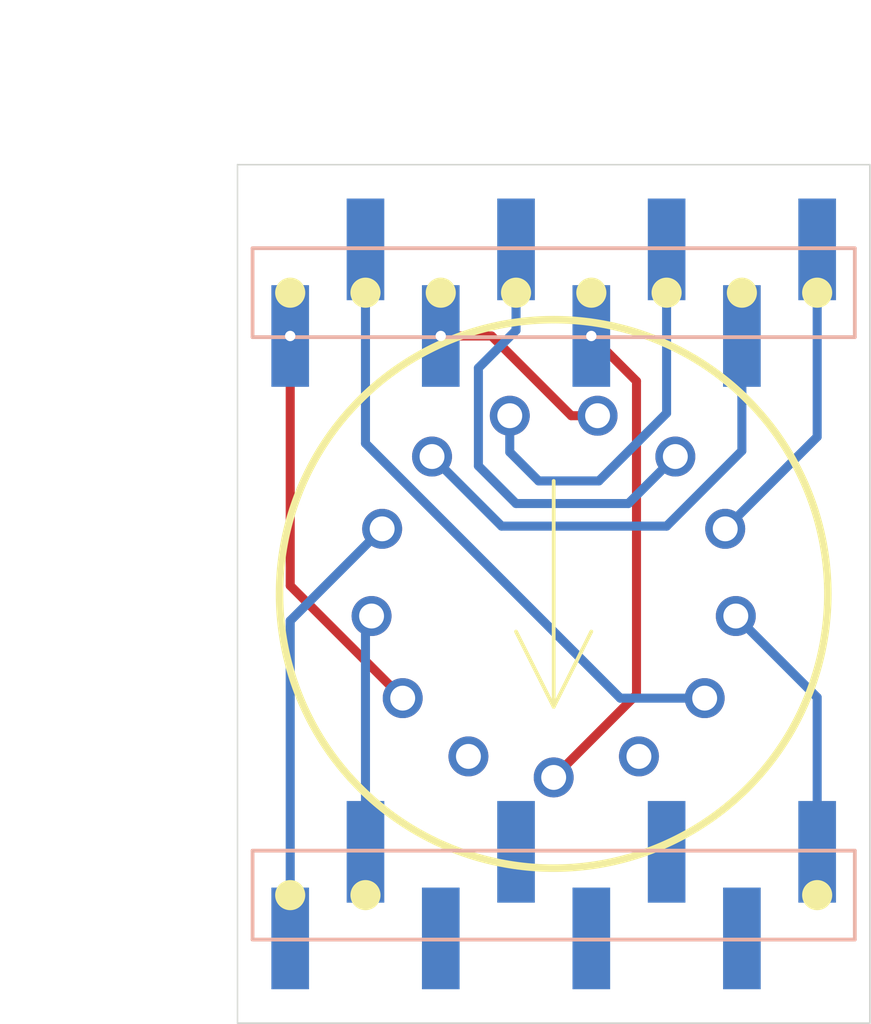
<source format=kicad_pcb>
(kicad_pcb (version 20171130) (host pcbnew "(5.1.10)-1")

  (general
    (thickness 1.6)
    (drawings 17)
    (tracks 37)
    (zones 0)
    (modules 3)
    (nets 19)
  )

  (page A4)
  (layers
    (0 Top signal)
    (31 Bottom signal)
    (32 B.Adhes user)
    (33 F.Adhes user)
    (34 B.Paste user)
    (35 F.Paste user)
    (36 B.SilkS user)
    (37 F.SilkS user)
    (38 B.Mask user)
    (39 F.Mask user)
    (40 Dwgs.User user)
    (41 Cmts.User user)
    (42 Eco1.User user)
    (43 Eco2.User user)
    (44 Edge.Cuts user)
    (45 Margin user)
    (46 B.CrtYd user)
    (47 F.CrtYd user)
    (48 B.Fab user)
    (49 F.Fab user)
  )

  (setup
    (last_trace_width 0.25)
    (trace_clearance 0.1524)
    (zone_clearance 0.508)
    (zone_45_only no)
    (trace_min 0.2)
    (via_size 0.8)
    (via_drill 0.4)
    (via_min_size 0.4)
    (via_min_drill 0.3)
    (uvia_size 0.3)
    (uvia_drill 0.1)
    (uvias_allowed no)
    (uvia_min_size 0.2)
    (uvia_min_drill 0.1)
    (edge_width 0.05)
    (segment_width 0.2)
    (pcb_text_width 0.3)
    (pcb_text_size 1.5 1.5)
    (mod_edge_width 0.12)
    (mod_text_size 1 1)
    (mod_text_width 0.15)
    (pad_size 1.524 1.524)
    (pad_drill 0.762)
    (pad_to_mask_clearance 0)
    (aux_axis_origin 0 0)
    (visible_elements FFFFFF7F)
    (pcbplotparams
      (layerselection 0x010fc_ffffffff)
      (usegerberextensions false)
      (usegerberattributes true)
      (usegerberadvancedattributes true)
      (creategerberjobfile true)
      (excludeedgelayer true)
      (linewidth 0.100000)
      (plotframeref false)
      (viasonmask false)
      (mode 1)
      (useauxorigin false)
      (hpglpennumber 1)
      (hpglpenspeed 20)
      (hpglpendiameter 15.000000)
      (psnegative false)
      (psa4output false)
      (plotreference true)
      (plotvalue true)
      (plotinvisibletext false)
      (padsonsilk false)
      (subtractmaskfromsilk false)
      (outputformat 1)
      (mirror false)
      (drillshape 1)
      (scaleselection 1)
      (outputdirectory ""))
  )

  (net 0 "")
  (net 1 "Net-(N1-Pad3)")
  (net 2 "Net-(N1-Pad7)")
  (net 3 "Net-(N1-Pad6)")
  (net 4 "Net-(N1-PadA)")
  (net 5 "Net-(N1-Pad4)")
  (net 6 "Net-(N1-Pad5)")
  (net 7 "Net-(N1-Pad1)")
  (net 8 "Net-(N1-Pad0)")
  (net 9 "Net-(N1-Pad2)")
  (net 10 "Net-(U$2-Pad7)")
  (net 11 "Net-(U$2-Pad6)")
  (net 12 "Net-(U$2-Pad5)")
  (net 13 "Net-(U$2-Pad4)")
  (net 14 "Net-(U$2-Pad3)")
  (net 15 "Net-(N1-Pad9)")
  (net 16 "Net-(N1-Pad8)")
  (net 17 "Net-(N1-PadRHDP)")
  (net 18 "Net-(N1-PadLHDP)")

  (net_class Default "This is the default net class."
    (clearance 0.1524)
    (trace_width 0.25)
    (via_dia 0.8)
    (via_drill 0.4)
    (uvia_dia 0.3)
    (uvia_drill 0.1)
    (add_net "Net-(N1-Pad0)")
    (add_net "Net-(N1-Pad1)")
    (add_net "Net-(N1-Pad2)")
    (add_net "Net-(N1-Pad3)")
    (add_net "Net-(N1-Pad4)")
    (add_net "Net-(N1-Pad5)")
    (add_net "Net-(N1-Pad6)")
    (add_net "Net-(N1-Pad7)")
    (add_net "Net-(N1-Pad8)")
    (add_net "Net-(N1-Pad9)")
    (add_net "Net-(N1-PadA)")
    (add_net "Net-(N1-PadLHDP)")
    (add_net "Net-(N1-PadRHDP)")
    (add_net "Net-(U$2-Pad3)")
    (add_net "Net-(U$2-Pad4)")
    (add_net "Net-(U$2-Pad5)")
    (add_net "Net-(U$2-Pad6)")
    (add_net "Net-(U$2-Pad7)")
  )

  (module nixie_mount:TSM-108-XX-XXX-SV (layer Bottom) (tedit 0) (tstamp 60F0437B)
    (at 148.5011 94.8436 180)
    (descr ".100\" (2,54mm) Surface Mount,  Single Row, Vertical Mount.\nmanufacturer:SAMTEC")
    (path /89E33A62)
    (fp_text reference U$1 (at 0 0 180) (layer B.SilkS) hide
      (effects (font (size 1.27 1.27) (thickness 0.15)) (justify mirror))
    )
    (fp_text value TSM-108-XX-XXX-SV (at 0 0 180) (layer B.SilkS) hide
      (effects (font (size 1.27 1.27) (thickness 0.15)) (justify mirror))
    )
    (fp_line (start -10.16 -1.5) (end -10.16 1.5) (layer B.SilkS) (width 0.127))
    (fp_line (start 10.16 -1.5) (end -10.16 -1.5) (layer B.SilkS) (width 0.127))
    (fp_line (start 10.16 1.5) (end 10.16 -1.5) (layer B.SilkS) (width 0.127))
    (fp_line (start -10.16 1.5) (end 10.16 1.5) (layer B.SilkS) (width 0.127))
    (pad 8 smd rect (at -8.89 1.4605 180) (size 1.27 3.429) (layers Bottom B.Paste B.Mask)
      (net 1 "Net-(N1-Pad3)") (solder_mask_margin 0.1016))
    (pad 7 smd rect (at -6.35 -1.4605 180) (size 1.27 3.429) (layers Bottom B.Paste B.Mask)
      (net 2 "Net-(N1-Pad7)") (solder_mask_margin 0.1016))
    (pad 6 smd rect (at -3.81 1.4605 180) (size 1.27 3.429) (layers Bottom B.Paste B.Mask)
      (net 3 "Net-(N1-Pad6)") (solder_mask_margin 0.1016))
    (pad 5 smd rect (at -1.27 -1.4605 180) (size 1.27 3.429) (layers Bottom B.Paste B.Mask)
      (net 4 "Net-(N1-PadA)") (solder_mask_margin 0.1016))
    (pad 4 smd rect (at 1.27 1.4605 180) (size 1.27 3.429) (layers Bottom B.Paste B.Mask)
      (net 5 "Net-(N1-Pad4)") (solder_mask_margin 0.1016))
    (pad 3 smd rect (at 3.81 -1.4605 180) (size 1.27 3.429) (layers Bottom B.Paste B.Mask)
      (net 6 "Net-(N1-Pad5)") (solder_mask_margin 0.1016))
    (pad 2 smd rect (at 6.35 1.4605 180) (size 1.27 3.429) (layers Bottom B.Paste B.Mask)
      (net 7 "Net-(N1-Pad1)") (solder_mask_margin 0.1016))
    (pad 1 smd rect (at 8.89 -1.4605 180) (size 1.27 3.429) (layers Bottom B.Paste B.Mask)
      (net 8 "Net-(N1-Pad0)") (solder_mask_margin 0.1016))
  )

  (module nixie_mount:TSM-108-XX-XXX-SV (layer Bottom) (tedit 0) (tstamp 60F0438A)
    (at 148.5011 115.1636 180)
    (descr ".100\" (2,54mm) Surface Mount,  Single Row, Vertical Mount.\nmanufacturer:SAMTEC")
    (path /87B7DF34)
    (fp_text reference U$2 (at 0 0 180) (layer B.SilkS) hide
      (effects (font (size 1.27 1.27) (thickness 0.15)) (justify mirror))
    )
    (fp_text value TSM-108-XX-XXX-SV (at 0 0 180) (layer B.SilkS) hide
      (effects (font (size 1.27 1.27) (thickness 0.15)) (justify mirror))
    )
    (fp_line (start -10.16 -1.5) (end -10.16 1.5) (layer B.SilkS) (width 0.127))
    (fp_line (start 10.16 -1.5) (end -10.16 -1.5) (layer B.SilkS) (width 0.127))
    (fp_line (start 10.16 1.5) (end 10.16 -1.5) (layer B.SilkS) (width 0.127))
    (fp_line (start -10.16 1.5) (end 10.16 1.5) (layer B.SilkS) (width 0.127))
    (pad 8 smd rect (at -8.89 1.4605 180) (size 1.27 3.429) (layers Bottom B.Paste B.Mask)
      (net 9 "Net-(N1-Pad2)") (solder_mask_margin 0.1016))
    (pad 7 smd rect (at -6.35 -1.4605 180) (size 1.27 3.429) (layers Bottom B.Paste B.Mask)
      (net 10 "Net-(U$2-Pad7)") (solder_mask_margin 0.1016))
    (pad 6 smd rect (at -3.81 1.4605 180) (size 1.27 3.429) (layers Bottom B.Paste B.Mask)
      (net 11 "Net-(U$2-Pad6)") (solder_mask_margin 0.1016))
    (pad 5 smd rect (at -1.27 -1.4605 180) (size 1.27 3.429) (layers Bottom B.Paste B.Mask)
      (net 12 "Net-(U$2-Pad5)") (solder_mask_margin 0.1016))
    (pad 4 smd rect (at 1.27 1.4605 180) (size 1.27 3.429) (layers Bottom B.Paste B.Mask)
      (net 13 "Net-(U$2-Pad4)") (solder_mask_margin 0.1016))
    (pad 3 smd rect (at 3.81 -1.4605 180) (size 1.27 3.429) (layers Bottom B.Paste B.Mask)
      (net 14 "Net-(U$2-Pad3)") (solder_mask_margin 0.1016))
    (pad 2 smd rect (at 6.35 1.4605 180) (size 1.27 3.429) (layers Bottom B.Paste B.Mask)
      (net 15 "Net-(N1-Pad9)") (solder_mask_margin 0.1016))
    (pad 1 smd rect (at 8.89 -1.4605 180) (size 1.27 3.429) (layers Bottom B.Paste B.Mask)
      (net 16 "Net-(N1-Pad8)") (solder_mask_margin 0.1016))
  )

  (module nixie_mount:IN-14 (layer Top) (tedit 0) (tstamp 60F04399)
    (at 148.5011 105.0036)
    (path /1B43B371)
    (fp_text reference N1 (at 11.2713 2.54 90) (layer F.SilkS) hide
      (effects (font (size 1.2065 1.2065) (thickness 0.1016)) (justify left bottom))
    )
    (fp_text value IN-14 (at 0 0) (layer F.SilkS) hide
      (effects (font (size 1.27 1.27) (thickness 0.15)))
    )
    (fp_line (start 0 3.81) (end 1.27 1.27) (layer F.SilkS) (width 0.127))
    (fp_line (start 0 3.81) (end -1.27 1.27) (layer F.SilkS) (width 0.127))
    (fp_line (start 0 -3.81) (end 0 3.81) (layer F.SilkS) (width 0.127))
    (fp_circle (center 0 0) (end 9.25 0) (layer F.SilkS) (width 0.254))
    (pad RHDP thru_hole circle (at -2.8766 5.4809) (size 1.348 1.348) (drill 0.84) (layers *.Cu *.Mask)
      (net 17 "Net-(N1-PadRHDP)") (solder_mask_margin 0.1016))
    (pad 0 thru_hole circle (at -5.0942 3.5163) (size 1.348 1.348) (drill 0.84) (layers *.Cu *.Mask)
      (net 8 "Net-(N1-Pad0)") (solder_mask_margin 0.1016))
    (pad 2 thru_hole circle (at 6.1448 0.7461) (size 1.348 1.348) (drill 0.84) (layers *.Cu *.Mask)
      (net 9 "Net-(N1-Pad2)") (solder_mask_margin 0.1016))
    (pad 3 thru_hole circle (at 5.7877 -2.195) (size 1.348 1.348) (drill 0.84) (layers *.Cu *.Mask)
      (net 1 "Net-(N1-Pad3)") (solder_mask_margin 0.1016))
    (pad 4 thru_hole circle (at 4.1047 -4.6332) (size 1.348 1.348) (drill 0.84) (layers *.Cu *.Mask)
      (net 5 "Net-(N1-Pad4)") (solder_mask_margin 0.1016))
    (pad 5 thru_hole circle (at 1.4813 -6.0101) (size 1.348 1.348) (drill 0.84) (layers *.Cu *.Mask)
      (net 6 "Net-(N1-Pad5)") (solder_mask_margin 0.1016))
    (pad 6 thru_hole circle (at -1.4813 -6.0101) (size 1.348 1.348) (drill 0.84) (layers *.Cu *.Mask)
      (net 3 "Net-(N1-Pad6)") (solder_mask_margin 0.1016))
    (pad 7 thru_hole circle (at -4.1047 -4.6332) (size 1.348 1.348) (drill 0.84) (layers *.Cu *.Mask)
      (net 2 "Net-(N1-Pad7)") (solder_mask_margin 0.1016))
    (pad 8 thru_hole circle (at -5.7877 -2.195) (size 1.348 1.348) (drill 0.84) (layers *.Cu *.Mask)
      (net 16 "Net-(N1-Pad8)") (solder_mask_margin 0.1016))
    (pad 9 thru_hole circle (at -6.1448 0.7461) (size 1.348 1.348) (drill 0.84) (layers *.Cu *.Mask)
      (net 15 "Net-(N1-Pad9)") (solder_mask_margin 0.1016))
    (pad 1 thru_hole circle (at 5.0942 3.5163) (size 1.348 1.348) (drill 0.84) (layers *.Cu *.Mask)
      (net 7 "Net-(N1-Pad1)") (solder_mask_margin 0.1016))
    (pad LHDP thru_hole circle (at 2.8766 5.4809) (size 1.348 1.348) (drill 0.84) (layers *.Cu *.Mask)
      (net 18 "Net-(N1-PadLHDP)") (solder_mask_margin 0.1016))
    (pad A thru_hole circle (at 0 6.1899) (size 1.348 1.348) (drill 0.84) (layers *.Cu *.Mask)
      (net 4 "Net-(N1-PadA)") (solder_mask_margin 0.1016))
  )

  (gr_line (start 137.8331 90.5256) (end 159.1691 90.5256) (layer Edge.Cuts) (width 0.05) (tstamp 1B4B7750))
  (gr_line (start 159.1691 90.5256) (end 159.1691 119.4816) (layer Edge.Cuts) (width 0.05) (tstamp 1B4B5EF0))
  (gr_line (start 159.1691 119.4816) (end 137.8331 119.4816) (layer Edge.Cuts) (width 0.05) (tstamp 1B4B51D0))
  (gr_line (start 137.8331 119.4816) (end 137.8331 90.5256) (layer Edge.Cuts) (width 0.05) (tstamp 1B4B5310))
  (dimension 28.956 (width 0.1) (layer Cmts.User)
    (gr_text "28.956 mm" (at 133.5351 105.0036 90) (layer Cmts.User)
      (effects (font (size 1 1) (thickness 0.15)))
    )
    (feature1 (pts (xy 137.8331 90.5256) (xy 134.198679 90.5256)))
    (feature2 (pts (xy 137.8331 119.4816) (xy 134.198679 119.4816)))
    (crossbar (pts (xy 134.7851 119.4816) (xy 134.7851 90.5256)))
    (arrow1a (pts (xy 134.7851 90.5256) (xy 135.371521 91.652104)))
    (arrow1b (pts (xy 134.7851 90.5256) (xy 134.198679 91.652104)))
    (arrow2a (pts (xy 134.7851 119.4816) (xy 135.371521 118.355096)))
    (arrow2b (pts (xy 134.7851 119.4816) (xy 134.198679 118.355096)))
  )
  (dimension 21.336 (width 0.1) (layer Cmts.User)
    (gr_text "21.336 mm" (at 148.5011 85.7196) (layer Cmts.User)
      (effects (font (size 1 1) (thickness 0.15)))
    )
    (feature1 (pts (xy 159.1691 90.5256) (xy 159.1691 86.383179)))
    (feature2 (pts (xy 137.8331 90.5256) (xy 137.8331 86.383179)))
    (crossbar (pts (xy 137.8331 86.9696) (xy 159.1691 86.9696)))
    (arrow1a (pts (xy 159.1691 86.9696) (xy 158.042596 87.556021)))
    (arrow1b (pts (xy 159.1691 86.9696) (xy 158.042596 86.383179)))
    (arrow2a (pts (xy 137.8331 86.9696) (xy 138.959604 87.556021)))
    (arrow2b (pts (xy 137.8331 86.9696) (xy 138.959604 86.383179)))
  )
  (gr_circle (center 139.6111 94.8436) (end 139.8651 94.8436) (layer F.SilkS) (width 0.508) (tstamp 1B4B5590))
  (gr_circle (center 142.1511 94.8436) (end 142.4051 94.8436) (layer F.SilkS) (width 0.508) (tstamp 1B4B54F0))
  (gr_circle (center 144.6911 94.8436) (end 144.9451 94.8436) (layer F.SilkS) (width 0.508) (tstamp 1B4B5950))
  (gr_circle (center 147.2311 94.8436) (end 147.4851 94.8436) (layer F.SilkS) (width 0.508) (tstamp 1B4B6170))
  (gr_circle (center 149.7711 94.8436) (end 150.0251 94.8436) (layer F.SilkS) (width 0.508) (tstamp 1B4B65D0))
  (gr_circle (center 152.3111 94.8436) (end 152.5651 94.8436) (layer F.SilkS) (width 0.508) (tstamp 1B4B5D10))
  (gr_circle (center 154.8511 94.8436) (end 155.1051 94.8436) (layer F.SilkS) (width 0.508) (tstamp 1B4B5630))
  (gr_circle (center 157.3911 94.8436) (end 157.6451 94.8436) (layer F.SilkS) (width 0.508) (tstamp 1B4B59F0))
  (gr_circle (center 139.6111 115.1636) (end 139.8651 115.1636) (layer F.SilkS) (width 0.508) (tstamp 1B4B6210))
  (gr_circle (center 142.1511 115.1636) (end 142.4051 115.1636) (layer F.SilkS) (width 0.508) (tstamp 1B4B5B30))
  (gr_circle (center 157.3911 115.1636) (end 157.6451 115.1636) (layer F.SilkS) (width 0.508) (tstamp 1B4B5DB0))

  (segment (start 142.1511 93.3831) (end 142.1511 99.9236) (width 0.3048) (layer Bottom) (net 7) (tstamp 1B4BF950))
  (segment (start 150.7474 108.5199) (end 153.5953 108.5199) (width 0.3048) (layer Bottom) (net 7) (tstamp 1B4C03F0))
  (segment (start 142.1511 99.9236) (end 150.7474 108.5199) (width 0.3048) (layer Bottom) (net 7) (tstamp 1B4BF6D0))
  (segment (start 154.6459 105.7497) (end 157.3911 108.4949) (width 0.3048) (layer Bottom) (net 9) (tstamp 1B4C0A30))
  (segment (start 157.3911 108.4949) (end 157.3911 113.7031) (width 0.3048) (layer Bottom) (net 9) (tstamp 1B4C00D0))
  (segment (start 139.6111 116.6241) (end 139.6111 105.9109) (width 0.3048) (layer Bottom) (net 16) (tstamp 1B4C0490))
  (segment (start 139.6111 105.9109) (end 142.7134 102.8086) (width 0.3048) (layer Bottom) (net 16) (tstamp 1B4C07B0))
  (segment (start 142.1511 113.7031) (end 142.1511 105.9549) (width 0.3048) (layer Bottom) (net 15) (tstamp 1B4C1610))
  (segment (start 142.1511 105.9549) (end 142.3563 105.7497) (width 0.3048) (layer Bottom) (net 15) (tstamp 1B4C0170))
  (via (at 139.6111 96.3041) (size 0.7564) (drill 0.35) (layers Top Bottom) (net 8) (tstamp 1B4BF270))
  (segment (start 139.6111 96.3041) (end 139.6111 104.7241) (width 0.3048) (layer Top) (net 8) (tstamp 1B4BFD10))
  (segment (start 139.6111 104.7241) (end 143.4069 108.5199) (width 0.3048) (layer Top) (net 8) (tstamp 1B4BF310))
  (via (at 144.6911 96.3041) (size 0.7564) (drill 0.35) (layers Top Bottom) (net 6) (tstamp 1B4BFDB0))
  (segment (start 149.9824 98.9935) (end 149.095 98.9935) (width 0.3048) (layer Top) (net 6) (tstamp 1B4BFE50))
  (segment (start 146.4056 96.3041) (end 144.6911 96.3041) (width 0.3048) (layer Top) (net 6) (tstamp 1B4C0350))
  (segment (start 149.095 98.9935) (end 146.4056 96.3041) (width 0.3048) (layer Top) (net 6) (tstamp 1B4C05D0))
  (segment (start 152.6058 100.3704) (end 151.0206 101.9556) (width 0.3048) (layer Bottom) (net 5) (tstamp 1B4C0F30))
  (segment (start 147.2311 96.1136) (end 147.2311 93.3831) (width 0.3048) (layer Bottom) (net 5) (tstamp 1B4C2830))
  (segment (start 151.0206 101.9556) (end 147.2311 101.9556) (width 0.3048) (layer Bottom) (net 5) (tstamp 1B4C2C90))
  (segment (start 147.2311 101.9556) (end 145.9611 100.6856) (width 0.3048) (layer Bottom) (net 5) (tstamp 1B4C2AB0))
  (segment (start 145.9611 100.6856) (end 145.9611 97.3836) (width 0.3048) (layer Bottom) (net 5) (tstamp 1B4C2510))
  (segment (start 145.9611 97.3836) (end 147.2311 96.1136) (width 0.3048) (layer Bottom) (net 5) (tstamp 1B4C1A70))
  (segment (start 147.0198 98.9935) (end 147.0198 100.2203) (width 0.3048) (layer Bottom) (net 3) (tstamp 1B4C1B10))
  (segment (start 152.3111 98.9076) (end 152.3111 93.3831) (width 0.3048) (layer Bottom) (net 3) (tstamp 1B4C37D0))
  (segment (start 147.0198 100.2203) (end 147.9931 101.1936) (width 0.3048) (layer Bottom) (net 3) (tstamp 1B4C2B50))
  (segment (start 147.9931 101.1936) (end 150.0251 101.1936) (width 0.3048) (layer Bottom) (net 3) (tstamp 1B4C32D0))
  (segment (start 150.0251 101.1936) (end 152.3111 98.9076) (width 0.3048) (layer Bottom) (net 3) (tstamp 1B4C26F0))
  (segment (start 154.8511 96.3041) (end 154.8511 100.1776) (width 0.3048) (layer Bottom) (net 2) (tstamp 1B4C2790))
  (segment (start 146.7436 102.7176) (end 144.3964 100.3704) (width 0.3048) (layer Bottom) (net 2) (tstamp 1B4C2F10))
  (segment (start 154.8511 100.1776) (end 152.3111 102.7176) (width 0.3048) (layer Bottom) (net 2) (tstamp 1B4C2D30))
  (segment (start 152.3111 102.7176) (end 146.7436 102.7176) (width 0.3048) (layer Bottom) (net 2) (tstamp 1B4C2150))
  (segment (start 154.2888 102.8086) (end 157.3911 99.7063) (width 0.3048) (layer Bottom) (net 1) (tstamp 1B4C34B0))
  (segment (start 157.3911 99.7063) (end 157.3911 93.3831) (width 0.3048) (layer Bottom) (net 1) (tstamp 1B4C2470))
  (via (at 149.7711 96.3041) (size 0.7564) (drill 0.35) (layers Top Bottom) (net 4) (tstamp 1B4C2DD0))
  (segment (start 149.7711 96.3041) (end 151.2951 97.8281) (width 0.3048) (layer Top) (net 4) (tstamp 1B4C3A50))
  (segment (start 151.2951 108.3995) (end 148.5011 111.1935) (width 0.3048) (layer Top) (net 4) (tstamp 1B4C3CD0))
  (segment (start 151.2951 97.8281) (end 151.2951 108.3995) (width 0.3048) (layer Top) (net 4) (tstamp 1B4C25B0))

)

</source>
